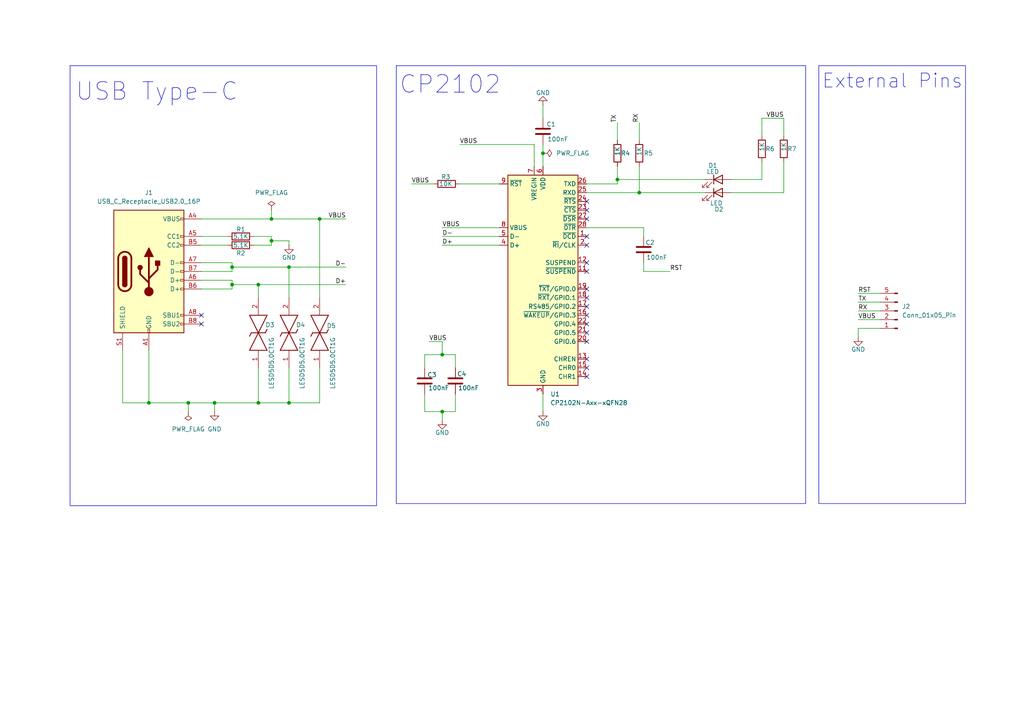
<source format=kicad_sch>
(kicad_sch (version 20250114) (generator "eeschema") (generator_version "9.0")
  (paper "A4")
  (title_block (title "USB to UART Converter Project"))
  (lib_symbols
    (symbol "Connector:Conn_01x05_Pin" (pin_names (offset 1.016) (hide yes))
      (property "Reference" "J" (at 0 7.62 0))
      (property "Value" "Conn_01x05_Pin" (at 0 -7.62 0))
      (symbol "Conn_01x05_Pin_1_1"
        (rectangle (start 0.8636 5.207) (end 0 4.953) (stroke (width 0.1524)) (fill (type outline)))
        (rectangle (start 0.8636 2.667) (end 0 2.413) (stroke (width 0.1524)) (fill (type outline)))
        (rectangle (start 0.8636 0.127) (end 0 -0.127) (stroke (width 0.1524)) (fill (type outline)))
        (rectangle (start 0.8636 -2.413) (end 0 -2.667) (stroke (width 0.1524)) (fill (type outline)))
        (rectangle (start 0.8636 -4.953) (end 0 -5.207) (stroke (width 0.1524)) (fill (type outline)))
        (polyline (pts (xy 1.27 5.08) (xy 0.8636 5.08)) (stroke (width 0.1524)))
        (polyline (pts (xy 1.27 2.54) (xy 0.8636 2.54)) (stroke (width 0.1524)))
        (polyline (pts (xy 1.27 0) (xy 0.8636 0)) (stroke (width 0.1524)))
        (polyline (pts (xy 1.27 -2.54) (xy 0.8636 -2.54)) (stroke (width 0.1524)))
        (polyline (pts (xy 1.27 -5.08) (xy 0.8636 -5.08)) (stroke (width 0.1524)))
        (pin passive line (at 5.08 5.08 180) (length 3.81) (name "Pin_1") (number "1"))
        (pin passive line (at 5.08 2.54 180) (length 3.81) (name "Pin_2") (number "2"))
        (pin passive line (at 5.08 0 180) (length 3.81) (name "Pin_3") (number "3"))
        (pin passive line (at 5.08 -2.54 180) (length 3.81) (name "Pin_4") (number "4"))
        (pin passive line (at 5.08 -5.08 180) (length 3.81) (name "Pin_5") (number "5"))
      )
    )
    (symbol "Connector:USB_C_Receptacle_USB2.0_16P" (pin_names (offset 1.016))
      (property "Reference" "J" (at 0 22.225 0))
      (property "Value" "USB_C_Receptacle_USB2.0_16P" (at 0 19.685 0))
      (symbol "USB_C_Receptacle_USB2.0_16P_0_0"
        (rectangle (start -0.254 -17.78) (end 0.254 -16.764))
        (rectangle (start 10.16 15.494) (end 9.144 14.986))
        (rectangle (start 10.16 10.414) (end 9.144 9.906))
        (rectangle (start 10.16 7.874) (end 9.144 7.366))
        (rectangle (start 10.16 2.794) (end 9.144 2.286))
        (rectangle (start 10.16 0.254) (end 9.144 -0.254))
        (rectangle (start 10.16 -2.286) (end 9.144 -2.794))
        (rectangle (start 10.16 -4.826) (end 9.144 -5.334))
        (rectangle (start 10.16 -12.446) (end 9.144 -12.954))
        (rectangle (start 10.16 -14.986) (end 9.144 -15.494))
      )
      (symbol "USB_C_Receptacle_USB2.0_16P_0_1"
        (rectangle (start -10.16 17.78) (end 10.16 -17.78) (stroke (width 0.254)) (fill (type background)))
        (polyline (pts (xy -8.89 -3.81) (xy -8.89 3.81)) (stroke (width 0.508)))
        (rectangle (start -7.62 -3.81) (end -6.35 3.81) (stroke (width 0.254)) (fill (type outline)))
        (arc (start -7.62 3.81) (mid -6.985 4.4423) (end -6.35 3.81) (stroke (width 0.254)))
        (arc (start -7.62 3.81) (mid -6.985 4.4423) (end -6.35 3.81) (stroke (width 0.254)) (fill (type outline)))
        (arc (start -8.89 3.81) (mid -6.985 5.7067) (end -5.08 3.81) (stroke (width 0.508)))
        (arc (start -5.08 -3.81) (mid -6.985 -5.7067) (end -8.89 -3.81) (stroke (width 0.508)))
        (arc (start -6.35 -3.81) (mid -6.985 -4.4423) (end -7.62 -3.81) (stroke (width 0.254)))
        (arc (start -6.35 -3.81) (mid -6.985 -4.4423) (end -7.62 -3.81) (stroke (width 0.254)) (fill (type outline)))
        (polyline (pts (xy -5.08 3.81) (xy -5.08 -3.81)) (stroke (width 0.508)))
        (circle (center -2.54 1.143) (radius 0.635) (stroke (width 0.254)) (fill (type outline)))
        (polyline (pts (xy -1.27 4.318) (xy 0 6.858) (xy 1.27 4.318) (xy -1.27 4.318)) (stroke (width 0.254)) (fill (type outline)))
        (polyline (pts (xy 0 -2.032) (xy 2.54 0.508) (xy 2.54 1.778)) (stroke (width 0.508)))
        (polyline (pts (xy 0 -3.302) (xy -2.54 -0.762) (xy -2.54 0.508)) (stroke (width 0.508)))
        (polyline (pts (xy 0 -5.842) (xy 0 4.318)) (stroke (width 0.508)))
        (circle (center 0 -5.842) (radius 1.27) (fill (type outline)))
        (rectangle (start 1.905 1.778) (end 3.175 3.048) (stroke (width 0.254)) (fill (type outline)))
      )
      (symbol "USB_C_Receptacle_USB2.0_16P_1_1"
        (pin passive line (at -7.62 -22.86 90) (length 5.08) (name "SHIELD") (number "S1"))
        (pin passive line (at 0 -22.86 90) (length 5.08) (name "GND") (number "A1"))
        (pin passive line (at 0 -22.86 90) (length 5.08) (hide yes) (name "GND") (number "A12"))
        (pin passive line (at 0 -22.86 90) (length 5.08) (hide yes) (name "GND") (number "B1"))
        (pin passive line (at 0 -22.86 90) (length 5.08) (hide yes) (name "GND") (number "B12"))
        (pin passive line (at 15.24 15.24 180) (length 5.08) (name "VBUS") (number "A4"))
        (pin passive line (at 15.24 15.24 180) (length 5.08) (hide yes) (name "VBUS") (number "A9"))
        (pin passive line (at 15.24 15.24 180) (length 5.08) (hide yes) (name "VBUS") (number "B4"))
        (pin passive line (at 15.24 15.24 180) (length 5.08) (hide yes) (name "VBUS") (number "B9"))
        (pin bidirectional line (at 15.24 10.16 180) (length 5.08) (name "CC1") (number "A5"))
        (pin bidirectional line (at 15.24 7.62 180) (length 5.08) (name "CC2") (number "B5"))
        (pin bidirectional line (at 15.24 2.54 180) (length 5.08) (name "D-") (number "A7"))
        (pin bidirectional line (at 15.24 0 180) (length 5.08) (name "D-") (number "B7"))
        (pin bidirectional line (at 15.24 -2.54 180) (length 5.08) (name "D+") (number "A6"))
        (pin bidirectional line (at 15.24 -5.08 180) (length 5.08) (name "D+") (number "B6"))
        (pin bidirectional line (at 15.24 -12.7 180) (length 5.08) (name "SBU1") (number "A8"))
        (pin bidirectional line (at 15.24 -15.24 180) (length 5.08) (name "SBU2") (number "B8"))
      )
    )
    (symbol "Device:C" (pin_numbers (hide yes)) (pin_names (offset 0.254))
      (property "Reference" "C" (at 0.635 2.54 0))
      (property "Value" "C" (at 0.635 -2.54 0))
      (symbol "C_0_1"
        (polyline (pts (xy -2.032 0.762) (xy 2.032 0.762)) (stroke (width 0.508)))
        (polyline (pts (xy -2.032 -0.762) (xy 2.032 -0.762)) (stroke (width 0.508)))
      )
      (symbol "C_1_1"
        (pin passive line (at 0 3.81 270) (length 2.794) (name "~") (number "1"))
        (pin passive line (at 0 -3.81 90) (length 2.794) (name "~") (number "2"))
      )
    )
    (symbol "Device:LED" (pin_numbers (hide yes)) (pin_names (offset 1.016) (hide yes))
      (property "Reference" "D" (at 0 2.54 0))
      (property "Value" "LED" (at 0 -2.54 0))
      (symbol "LED_0_1"
        (polyline (pts (xy -3.048 -0.762) (xy -4.572 -2.286) (xy -3.81 -2.286) (xy -4.572 -2.286) (xy -4.572 -1.524)))
        (polyline (pts (xy -1.778 -0.762) (xy -3.302 -2.286) (xy -2.54 -2.286) (xy -3.302 -2.286) (xy -3.302 -1.524)))
        (polyline (pts (xy -1.27 0) (xy 1.27 0)))
        (polyline (pts (xy -1.27 -1.27) (xy -1.27 1.27)) (stroke (width 0.254)))
        (polyline (pts (xy 1.27 -1.27) (xy 1.27 1.27) (xy -1.27 0) (xy 1.27 -1.27)) (stroke (width 0.254)))
      )
      (symbol "LED_1_1"
        (pin passive line (at -3.81 0 0) (length 2.54) (name "K") (number "1"))
        (pin passive line (at 3.81 0 180) (length 2.54) (name "A") (number "2"))
      )
    )
    (symbol "Device:R" (pin_numbers (hide yes)) (pin_names (offset 0))
      (property "Reference" "R" (at 2.032 0 90))
      (property "Value" "R" (at 0 0 90))
      (symbol "R_0_1"
        (rectangle (start -1.016 -2.54) (end 1.016 2.54) (stroke (width 0.254)))
      )
      (symbol "R_1_1"
        (pin passive line (at 0 3.81 270) (length 1.27) (name "~") (number "1"))
        (pin passive line (at 0 -3.81 90) (length 1.27) (name "~") (number "2"))
      )
    )
    (symbol "Interface_USB:CP2102N-Axx-xQFN28"
      (property "Reference" "U" (at -8.89 31.75 0))
      (property "Value" "CP2102N-Axx-xQFN28" (at 12.7 31.75 0))
      (symbol "CP2102N-Axx-xQFN28_0_1"
        (rectangle (start -10.16 30.48) (end 10.16 -30.48) (stroke (width 0.254)) (fill (type background)))
      )
      (symbol "CP2102N-Axx-xQFN28_1_1"
        (pin input line (at -12.7 27.94 0) (length 2.54) (name "~{RST}") (number "9"))
        (pin input line (at -12.7 15.24 0) (length 2.54) (name "VBUS") (number "8"))
        (pin bidirectional line (at -12.7 12.7 0) (length 2.54) (name "D-") (number "5"))
        (pin bidirectional line (at -12.7 10.16 0) (length 2.54) (name "D+") (number "4"))
        (pin no_connect line (at -10.16 -27.94 0) (length 2.54) (hide yes) (name "NC") (number "10"))
        (pin power_in line (at -2.54 33.02 270) (length 2.54) (name "VREGIN") (number "7"))
        (pin power_in line (at 0 33.02 270) (length 2.54) (name "VDD") (number "6"))
        (pin passive line (at 0 -33.02 90) (length 2.54) (hide yes) (name "GND") (number "29"))
        (pin power_in line (at 0 -33.02 90) (length 2.54) (name "GND") (number "3"))
        (pin output line (at 12.7 27.94 180) (length 2.54) (name "TXD") (number "26"))
        (pin input line (at 12.7 25.4 180) (length 2.54) (name "RXD") (number "25"))
        (pin output line (at 12.7 22.86 180) (length 2.54) (name "~{RTS}") (number "24"))
        (pin input line (at 12.7 20.32 180) (length 2.54) (name "~{CTS}") (number "23"))
        (pin input line (at 12.7 17.78 180) (length 2.54) (name "~{DSR}") (number "27"))
        (pin output line (at 12.7 15.24 180) (length 2.54) (name "~{DTR}") (number "28"))
        (pin input line (at 12.7 12.7 180) (length 2.54) (name "~{DCD}") (number "1"))
        (pin bidirectional line (at 12.7 10.16 180) (length 2.54) (name "~{RI}/CLK") (number "2"))
        (pin output line (at 12.7 5.08 180) (length 2.54) (name "SUSPEND") (number "12"))
        (pin output line (at 12.7 2.54 180) (length 2.54) (name "~{SUSPEND}") (number "11"))
        (pin bidirectional line (at 12.7 -2.54 180) (length 2.54) (name "~{TXT}/GPIO.0") (number "19"))
        (pin bidirectional line (at 12.7 -5.08 180) (length 2.54) (name "~{RXT}/GPIO.1") (number "18"))
        (pin bidirectional line (at 12.7 -7.62 180) (length 2.54) (name "RS485/GPIO.2") (number "17"))
        (pin bidirectional line (at 12.7 -10.16 180) (length 2.54) (name "~{WAKEUP}/GPIO.3") (number "16"))
        (pin bidirectional line (at 12.7 -12.7 180) (length 2.54) (name "GPIO.4") (number "22"))
        (pin bidirectional line (at 12.7 -15.24 180) (length 2.54) (name "GPIO.5") (number "21"))
        (pin bidirectional line (at 12.7 -17.78 180) (length 2.54) (name "GPIO.6") (number "20"))
        (pin output line (at 12.7 -22.86 180) (length 2.54) (name "CHREN") (number "13"))
        (pin output line (at 12.7 -25.4 180) (length 2.54) (name "CHR0") (number "15"))
        (pin output line (at 12.7 -27.94 180) (length 2.54) (name "CHR1") (number "14"))
      )
    )
    (symbol "LESD5D5_0CT1G:LESD5D5.0CT1G" (pin_names (hide yes))
      (property "Reference" "D" (at 12.7 8.89 0))
      (property "Value" "LESD5D5.0CT1G" (at 12.7 6.35 0))
      (symbol "LESD5D5.0CT1G_1_1"
        (polyline (pts (xy 5.08 2.54) (xy 5.08 -2.54)) (stroke (width 0.254)))
        (polyline (pts (xy 5.08 2.54) (xy 10.16 0)) (stroke (width 0.254)))
        (polyline (pts (xy 9.144 2.54) (xy 10.16 2.032)) (stroke (width 0.254)))
        (polyline (pts (xy 10.16 0) (xy 5.08 -2.54)) (stroke (width 0.254)))
        (polyline (pts (xy 10.16 0) (xy 15.24 -2.54)) (stroke (width 0.254)))
        (polyline (pts (xy 10.16 -2.032) (xy 10.16 2.032)) (stroke (width 0.254)))
        (polyline (pts (xy 10.16 -2.032) (xy 11.176 -2.54)) (stroke (width 0.254)))
        (polyline (pts (xy 15.24 2.54) (xy 10.16 0)) (stroke (width 0.254)))
        (polyline (pts (xy 15.24 2.54) (xy 15.24 -2.54)) (stroke (width 0.254)))
        (pin passive line (at 0 0 0) (length 5.08) (name "1") (number "1"))
        (pin passive line (at 20.32 0 180) (length 5.08) (name "2") (number "2"))
      )
    )
    (symbol "power:GND" (power) (pin_numbers (hide yes)) (pin_names (offset 0) (hide yes))
      (property "Value" "GND" (at 0 -3.81 0))
      (symbol "GND_0_1"
        (polyline (pts (xy 0 0) (xy 0 -1.27) (xy 1.27 -1.27) (xy 0 -2.54) (xy -1.27 -1.27) (xy 0 -1.27)))
      )
      (symbol "GND_1_1"
        (pin power_in line (at 0 0 270) (length 0) (name "~") (number "1"))
      )
    )
    (symbol "power:PWR_FLAG" (power) (pin_numbers (hide yes)) (pin_names (offset 0) (hide yes))
      (property "Value" "PWR_FLAG" (at 0 3.81 0))
      (symbol "PWR_FLAG_0_0"
        (pin power_out line (at 0 0 90) (length 0) (name "~") (number "1"))
      )
      (symbol "PWR_FLAG_0_1"
        (polyline (pts (xy 0 0) (xy 0 1.27) (xy -1.016 1.905) (xy 0 2.54) (xy 1.016 1.905) (xy 0 1.27)))
      )
    )
  )
  (rectangle (start 237.49 19.05) (end 280.035 146.05))
  (rectangle (start 114.935 19.05) (end 233.68 146.05))
  (rectangle (start 20.32 19.05) (end 109.22 146.685))
  (text "CP2102" (at 130.556 24.638 0) (effects (font (size 5.08 5.08))))
  (text "USB Type-C" (at 45.466 26.67 0) (effects (font (size 5.08 5.08))))
  (text "External Pins" (at 258.826 23.622 0) (effects (font (size 4.064 4.064))))
  (junction (at 78.74 63.5))
  (junction (at 157.48 44.45))
  (junction (at 74.93 82.55))
  (junction (at 128.27 119.38))
  (junction (at 83.82 116.84))
  (junction (at 62.23 116.84))
  (junction (at 43.18 116.84))
  (junction (at 128.27 102.87))
  (junction (at 179.07 52.07))
  (junction (at 83.82 77.47))
  (junction (at 185.42 55.88))
  (junction (at 92.71 63.5))
  (junction (at 67.31 77.47))
  (junction (at 74.93 116.84))
  (junction (at 78.74 69.85))
  (junction (at 54.61 116.84))
  (junction (at 67.31 82.55))
  (no_connect (at 170.18 109.22))
  (no_connect (at 170.18 68.58))
  (no_connect (at 58.42 93.98))
  (no_connect (at 58.42 91.44))
  (no_connect (at 170.18 88.9))
  (no_connect (at 170.18 76.2))
  (no_connect (at 170.18 78.74))
  (no_connect (at 170.18 106.68))
  (no_connect (at 170.18 91.44))
  (no_connect (at 170.18 71.12))
  (no_connect (at 170.18 63.5))
  (no_connect (at 170.18 93.98))
  (no_connect (at 170.18 99.06))
  (no_connect (at 170.18 60.96))
  (no_connect (at 170.18 58.42))
  (no_connect (at 170.18 104.14))
  (no_connect (at 170.18 86.36))
  (no_connect (at 170.18 96.52))
  (no_connect (at 170.18 83.82))
  (wire (pts (xy 220.98 52.07) (xy 220.98 46.99)))
  (wire (pts (xy 67.31 82.55) (xy 67.31 83.82)))
  (wire (pts (xy 128.27 119.38) (xy 128.27 121.92)))
  (wire (pts (xy 67.31 81.28) (xy 67.31 82.55)))
  (wire (pts (xy 248.92 90.17) (xy 255.27 90.17)))
  (wire (pts (xy 62.23 116.84) (xy 62.23 119.38)))
  (wire (pts (xy 204.47 52.07) (xy 179.07 52.07)))
  (wire (pts (xy 74.93 82.55) (xy 74.93 86.36)))
  (wire (pts (xy 67.31 76.2) (xy 67.31 77.47)))
  (wire (pts (xy 78.74 68.58) (xy 78.74 69.85)))
  (wire (pts (xy 83.82 106.68) (xy 83.82 116.84)))
  (wire (pts (xy 170.18 53.34) (xy 179.07 53.34)))
  (wire (pts (xy 132.08 102.87) (xy 132.08 106.68)))
  (wire (pts (xy 186.69 66.04) (xy 170.18 66.04)))
  (wire (pts (xy 73.66 68.58) (xy 78.74 68.58)))
  (wire (pts (xy 58.42 71.12) (xy 66.04 71.12)))
  (wire (pts (xy 67.31 77.47) (xy 83.82 77.47)))
  (wire (pts (xy 43.18 101.6) (xy 43.18 116.84)))
  (wire (pts (xy 128.27 102.87) (xy 128.27 99.06)))
  (wire (pts (xy 128.27 102.87) (xy 132.08 102.87)))
  (wire (pts (xy 83.82 71.12) (xy 83.82 69.85)))
  (wire (pts (xy 78.74 69.85) (xy 78.74 71.12)))
  (wire (pts (xy 227.33 34.29) (xy 227.33 39.37)))
  (wire (pts (xy 157.48 30.48) (xy 157.48 34.29)))
  (wire (pts (xy 83.82 77.47) (xy 100.33 77.47)))
  (wire (pts (xy 123.19 114.3) (xy 123.19 119.38)))
  (wire (pts (xy 185.42 55.88) (xy 204.47 55.88)))
  (wire (pts (xy 248.92 92.71) (xy 255.27 92.71)))
  (wire (pts (xy 220.98 39.37) (xy 220.98 34.29)))
  (wire (pts (xy 124.46 99.06) (xy 128.27 99.06)))
  (wire (pts (xy 35.56 116.84) (xy 43.18 116.84)))
  (wire (pts (xy 212.09 52.07) (xy 220.98 52.07)))
  (wire (pts (xy 58.42 68.58) (xy 66.04 68.58)))
  (wire (pts (xy 92.71 63.5) (xy 92.71 86.36)))
  (wire (pts (xy 179.07 48.26) (xy 179.07 52.07)))
  (wire (pts (xy 128.27 71.12) (xy 144.78 71.12)))
  (wire (pts (xy 133.35 41.91) (xy 154.94 41.91)))
  (wire (pts (xy 73.66 71.12) (xy 78.74 71.12)))
  (wire (pts (xy 83.82 77.47) (xy 83.82 86.36)))
  (wire (pts (xy 220.98 34.29) (xy 227.33 34.29)))
  (wire (pts (xy 227.33 55.88) (xy 227.33 46.99)))
  (wire (pts (xy 128.27 119.38) (xy 132.08 119.38)))
  (wire (pts (xy 92.71 63.5) (xy 100.33 63.5)))
  (wire (pts (xy 119.38 53.34) (xy 125.73 53.34)))
  (wire (pts (xy 154.94 48.26) (xy 154.94 41.91)))
  (wire (pts (xy 58.42 76.2) (xy 67.31 76.2)))
  (wire (pts (xy 248.92 87.63) (xy 255.27 87.63)))
  (wire (pts (xy 128.27 68.58) (xy 144.78 68.58)))
  (wire (pts (xy 54.61 116.84) (xy 62.23 116.84)))
  (wire (pts (xy 186.69 68.58) (xy 186.69 66.04)))
  (wire (pts (xy 170.18 55.88) (xy 185.42 55.88)))
  (wire (pts (xy 157.48 44.45) (xy 157.48 48.26)))
  (wire (pts (xy 78.74 60.96) (xy 78.74 63.5)))
  (wire (pts (xy 179.07 35.56) (xy 179.07 40.64)))
  (wire (pts (xy 62.23 116.84) (xy 74.93 116.84)))
  (wire (pts (xy 58.42 83.82) (xy 67.31 83.82)))
  (wire (pts (xy 92.71 116.84) (xy 92.71 106.68)))
  (wire (pts (xy 248.92 95.25) (xy 255.27 95.25)))
  (wire (pts (xy 83.82 116.84) (xy 92.71 116.84)))
  (wire (pts (xy 133.35 53.34) (xy 144.78 53.34)))
  (wire (pts (xy 83.82 69.85) (xy 78.74 69.85)))
  (wire (pts (xy 67.31 77.47) (xy 67.31 78.74)))
  (wire (pts (xy 67.31 78.74) (xy 58.42 78.74)))
  (wire (pts (xy 157.48 41.91) (xy 157.48 44.45)))
  (wire (pts (xy 78.74 63.5) (xy 92.71 63.5)))
  (wire (pts (xy 123.19 119.38) (xy 128.27 119.38)))
  (wire (pts (xy 248.92 95.25) (xy 248.92 97.79)))
  (wire (pts (xy 58.42 81.28) (xy 67.31 81.28)))
  (wire (pts (xy 212.09 55.88) (xy 227.33 55.88)))
  (wire (pts (xy 185.42 35.56) (xy 185.42 40.64)))
  (wire (pts (xy 123.19 106.68) (xy 123.19 102.87)))
  (wire (pts (xy 248.92 85.09) (xy 255.27 85.09)))
  (wire (pts (xy 54.61 116.84) (xy 54.61 119.38)))
  (wire (pts (xy 132.08 119.38) (xy 132.08 114.3)))
  (wire (pts (xy 74.93 82.55) (xy 100.33 82.55)))
  (wire (pts (xy 123.19 102.87) (xy 128.27 102.87)))
  (wire (pts (xy 179.07 52.07) (xy 179.07 53.34)))
  (wire (pts (xy 58.42 63.5) (xy 78.74 63.5)))
  (wire (pts (xy 74.93 116.84) (xy 83.82 116.84)))
  (wire (pts (xy 186.69 76.2) (xy 186.69 78.74)))
  (wire (pts (xy 35.56 101.6) (xy 35.56 116.84)))
  (wire (pts (xy 186.69 78.74) (xy 194.31 78.74)))
  (wire (pts (xy 185.42 48.26) (xy 185.42 55.88)))
  (wire (pts (xy 43.18 116.84) (xy 54.61 116.84)))
  (wire (pts (xy 157.48 114.3) (xy 157.48 119.38)))
  (wire (pts (xy 67.31 82.55) (xy 74.93 82.55)))
  (wire (pts (xy 74.93 106.68) (xy 74.93 116.84)))
  (wire (pts (xy 128.27 66.04) (xy 144.78 66.04)))
  (label "D+" (at 128.27 71.12 0))
  (label "VBUS" (at 100.33 63.5 180))
  (label "VBUS" (at 133.35 41.91 0))
  (label "D-" (at 100.33 77.47 180))
  (label "VBUS" (at 128.27 66.04 0))
  (label "VBUS" (at 248.92 92.71 0))
  (label "VBUS" (at 124.46 99.06 0))
  (label "TX" (at 179.07 35.56 90))
  (label "TX" (at 248.92 87.63 0))
  (label "D+" (at 100.33 82.55 180))
  (label "VBUS" (at 222.25 34.29 0))
  (label "RX" (at 248.92 90.17 0))
  (label "RST" (at 248.92 85.09 0))
  (label "VBUS" (at 119.38 53.34 0))
  (label "RST" (at 194.31 78.74 0))
  (label "RX" (at 185.42 35.56 90))
  (label "D-" (at 128.27 68.58 0))
  (symbol (lib_id "power:GND") (at 128.27 121.92 0) (unit 1)
    (property "Reference" "#PWR03" (effects (hide yes)))
    (property "Value" "GND" (at 128.27 125.476 0))
    (property "Description" "Power symbol creates a global label with name \"GND\" , ground" (effects (hide yes)))
  )
  (symbol (lib_id "Device:LED") (at 208.28 52.07 0) (unit 1)
    (property "Reference" "D1" (at 206.756 48.006 0))
    (property "Value" "LED" (at 206.756 49.784 0))
    (property "Footprint" "LED_SMD:LED_0201_0603Metric" (effects (hide yes)))
    (property "Description" "Light emitting diode" (effects (hide yes)))
    (property "Sim.Pins" "1=K 2=A" (effects (hide yes)))
  )
  (symbol (lib_id "Device:C") (at 157.48 38.1 0) (unit 1)
    (property "Reference" "C1" (at 158.496 36.068 0) (effects (justify left)))
    (property "Value" "100nF" (at 158.75 40.386 0) (effects (justify left)))
    (property "Footprint" "Capacitor_SMD:C_0201_0603Metric" (effects (hide yes)))
    (property "Description" "Unpolarized capacitor" (effects (hide yes)))
  )
  (symbol (lib_id "Device:R") (at 69.85 71.12 90) (unit 1)
    (property "Reference" "R2" (at 69.85 73.406 90))
    (property "Value" "5.1K" (at 69.85 71.12 90))
    (property "Footprint" "Resistor_SMD:R_0201_0603Metric" (effects (hide yes)))
    (property "Description" "Resistor" (effects (hide yes)))
  )
  (symbol (lib_id "Device:LED") (at 208.28 55.88 0) (unit 1)
    (property "Reference" "D2" (at 208.534 60.706 0))
    (property "Value" "LED" (at 207.772 58.928 0))
    (property "Footprint" "LED_SMD:LED_0201_0603Metric" (effects (hide yes)))
    (property "Description" "Light emitting diode" (effects (hide yes)))
    (property "Sim.Pins" "1=K 2=A" (effects (hide yes)))
  )
  (symbol (lib_id "power:GND") (at 83.82 71.12 0) (unit 1)
    (property "Reference" "#PWR02" (effects (hide yes)))
    (property "Value" "GND" (at 83.82 74.676 0))
    (property "Description" "Power symbol creates a global label with name \"GND\" , ground" (effects (hide yes)))
  )
  (symbol (lib_id "Interface_USB:CP2102N-Axx-xQFN28") (at 157.48 81.28 0) (unit 1)
    (property "Reference" "U1" (at 159.6233 114.3 0) (effects (justify left)))
    (property "Value" "CP2102N-Axx-xQFN28" (at 159.6233 116.84 0) (effects (justify left)))
    (property "Footprint" "Package_DFN_QFN:QFN-28-1EP_5x5mm_P0.5mm_EP3.35x3.35mm" (effects (hide yes)))
    (property "Datasheet" "https://www.silabs.com/documents/public/data-sheets/cp2102n-datasheet.pdf" (effects (hide yes)))
    (property "Description" "USB to UART master bridge, QFN-28" (effects (hide yes)))
  )
  (symbol (lib_id "power:GND") (at 157.48 30.48 180) (unit 1)
    (property "Reference" "#PWR06" (effects (hide yes)))
    (property "Value" "GND" (at 157.48 26.924 0))
    (property "Description" "Power symbol creates a global label with name \"GND\" , ground" (effects (hide yes)))
  )
  (symbol (lib_id "LESD5D5_0CT1G:LESD5D5.0CT1G") (at 83.82 106.68 90) (unit 1)
    (property "Reference" "D4" (at 85.852 94.234 90) (effects (justify right)))
    (property "Value" "LESD5D5.0CT1G" (at 87.63 97.7899 0) (effects (justify right)))
    (property "Footprint" "Footprints:LESD5D50CT1G" (effects (hide yes)))
    (property "Description" "Transient Voltage Suppressors for ESD Protection" (effects (hide yes)))
    (property "Height" "0.7" (effects (hide yes)))
    (property "Manufacturer_Name" "LRC" (effects (hide yes)))
    (property "Manufacturer_Part_Number" "LESD5D5.0CT1G" (effects (hide yes)))
  )
  (symbol (lib_id "Device:C") (at 186.69 72.39 0) (unit 1)
    (property "Reference" "C2" (at 187.198 70.358 0) (effects (justify left)))
    (property "Value" "100nF" (at 187.452 74.676 0) (effects (justify left)))
    (property "Footprint" "Capacitor_SMD:C_0201_0603Metric" (effects (hide yes)))
    (property "Description" "Unpolarized capacitor" (effects (hide yes)))
  )
  (symbol (lib_id "power:GND") (at 62.23 119.38 0) (unit 1)
    (property "Reference" "#PWR01" (effects (hide yes)))
    (property "Value" "GND" (at 62.23 124.46 0))
    (property "Description" "Power symbol creates a global label with name \"GND\" , ground" (effects (hide yes)))
  )
  (symbol (lib_id "Device:R") (at 185.42 44.45 0) (unit 1)
    (property "Reference" "R5" (at 186.69 44.45 0) (effects (justify left)))
    (property "Value" "1K" (at 185.42 45.212 90) (effects (justify left)))
    (property "Footprint" "Resistor_SMD:R_0201_0603Metric" (effects (hide yes)))
    (property "Description" "Resistor" (effects (hide yes)))
  )
  (symbol (lib_id "Device:R") (at 220.98 43.18 0) (unit 1)
    (property "Reference" "R6" (at 221.996 43.18 0) (effects (justify left)))
    (property "Value" "1K" (at 220.98 43.942 90) (effects (justify left)))
    (property "Footprint" "Resistor_SMD:R_0201_0603Metric" (effects (hide yes)))
    (property "Description" "Resistor" (effects (hide yes)))
  )
  (symbol (lib_id "Device:R") (at 179.07 44.45 0) (unit 1)
    (property "Reference" "R4" (at 180.086 44.45 0) (effects (justify left)))
    (property "Value" "1K" (at 179.07 45.212 90) (effects (justify left)))
    (property "Footprint" "Resistor_SMD:R_0201_0603Metric" (effects (hide yes)))
    (property "Description" "Resistor" (effects (hide yes)))
  )
  (symbol (lib_id "Device:R") (at 129.54 53.34 90) (unit 1)
    (property "Reference" "R3" (at 129.286 51.308 90))
    (property "Value" "10K" (at 129.286 53.34 90))
    (property "Footprint" "Resistor_SMD:R_0201_0603Metric" (effects (hide yes)))
    (property "Description" "Resistor" (effects (hide yes)))
  )
  (symbol (lib_id "power:PWR_FLAG") (at 78.74 60.96 0) (unit 1)
    (property "Reference" "#FLG02" (effects (hide yes)))
    (property "Value" "PWR_FLAG" (at 78.74 55.88 0))
    (property "Description" "Special symbol for telling ERC where power comes from" (effects (hide yes)))
  )
  (symbol (lib_id "Device:C") (at 132.08 110.49 0) (unit 1)
    (property "Reference" "C4" (at 132.588 108.458 0) (effects (justify left)))
    (property "Value" "100nF" (at 132.842 112.522 0) (effects (justify left)))
    (property "Footprint" "Capacitor_SMD:C_0201_0603Metric" (effects (hide yes)))
    (property "Description" "Unpolarized capacitor" (effects (hide yes)))
  )
  (symbol (lib_id "power:GND") (at 157.48 119.38 0) (unit 1)
    (property "Reference" "#PWR04" (effects (hide yes)))
    (property "Value" "GND" (at 157.48 122.936 0))
    (property "Description" "Power symbol creates a global label with name \"GND\" , ground" (effects (hide yes)))
  )
  (symbol (lib_id "LESD5D5_0CT1G:LESD5D5.0CT1G") (at 92.71 106.68 90) (unit 1)
    (property "Reference" "D5" (at 94.742 94.488 90) (effects (justify right)))
    (property "Value" "LESD5D5.0CT1G" (at 96.52 97.7899 0) (effects (justify right)))
    (property "Footprint" "Footprints:LESD5D50CT1G" (effects (hide yes)))
    (property "Description" "Transient Voltage Suppressors for ESD Protection" (effects (hide yes)))
    (property "Height" "0.7" (effects (hide yes)))
    (property "Manufacturer_Name" "LRC" (effects (hide yes)))
    (property "Manufacturer_Part_Number" "LESD5D5.0CT1G" (effects (hide yes)))
  )
  (symbol (lib_id "power:PWR_FLAG") (at 157.48 44.45 270) (unit 1)
    (property "Reference" "#FLG03" (effects (hide yes)))
    (property "Value" "PWR_FLAG" (at 161.29 44.4499 90) (effects (justify left)))
    (property "Description" "Special symbol for telling ERC where power comes from" (effects (hide yes)))
  )
  (symbol (lib_id "Device:R") (at 227.33 43.18 0) (unit 1)
    (property "Reference" "R7" (at 228.346 43.18 0) (effects (justify left)))
    (property "Value" "1K" (at 227.33 43.942 90) (effects (justify left)))
    (property "Footprint" "Resistor_SMD:R_0201_0603Metric" (effects (hide yes)))
    (property "Description" "Resistor" (effects (hide yes)))
  )
  (symbol (lib_id "power:GND") (at 248.92 97.79 0) (unit 1)
    (property "Reference" "#PWR05" (effects (hide yes)))
    (property "Value" "GND" (at 248.92 101.346 0))
    (property "Description" "Power symbol creates a global label with name \"GND\" , ground" (effects (hide yes)))
  )
  (symbol (lib_id "Device:C") (at 123.19 110.49 0) (unit 1)
    (property "Reference" "C3" (at 123.952 108.712 0) (effects (justify left)))
    (property "Value" "100nF" (at 124.206 112.522 0) (effects (justify left)))
    (property "Footprint" "Capacitor_SMD:C_0201_0603Metric" (effects (hide yes)))
    (property "Description" "Unpolarized capacitor" (effects (hide yes)))
  )
  (symbol (lib_id "Connector:USB_C_Receptacle_USB2.0_16P") (at 43.18 78.74 0) (unit 1)
    (property "Reference" "J1" (at 43.18 55.88 0))
    (property "Value" "USB_C_Receptacle_USB2.0_16P" (at 43.18 58.42 0))
    (property "Footprint" "Connector_USB:USB_C_Receptacle_HRO_TYPE-C-31-M-12" (effects (hide yes)))
    (property "Datasheet" "https://www.usb.org/sites/default/files/documents/usb_type-c.zip" (effects (hide yes)))
    (property "Description" "USB 2.0-only 16P Type-C Receptacle connector" (effects (hide yes)))
  )
  (symbol (lib_id "LESD5D5_0CT1G:LESD5D5.0CT1G") (at 74.93 106.68 90) (unit 1)
    (property "Reference" "D3" (at 76.962 94.234 90) (effects (justify right)))
    (property "Value" "LESD5D5.0CT1G" (at 78.74 97.7899 0) (effects (justify right)))
    (property "Footprint" "Footprints:LESD5D50CT1G" (effects (hide yes)))
    (property "Description" "Transient Voltage Suppressors for ESD Protection" (effects (hide yes)))
    (property "Height" "0.7" (effects (hide yes)))
    (property "Manufacturer_Name" "LRC" (effects (hide yes)))
    (property "Manufacturer_Part_Number" "LESD5D5.0CT1G" (effects (hide yes)))
  )
  (symbol (lib_id "Device:R") (at 69.85 68.58 90) (unit 1)
    (property "Reference" "R1" (at 69.85 66.548 90))
    (property "Value" "5.1K" (at 69.85 68.58 90))
    (property "Footprint" "Resistor_SMD:R_0201_0603Metric" (effects (hide yes)))
    (property "Description" "Resistor" (effects (hide yes)))
  )
  (symbol (lib_id "power:PWR_FLAG") (at 54.61 119.38 180) (unit 1)
    (property "Reference" "#FLG01" (effects (hide yes)))
    (property "Value" "PWR_FLAG" (at 54.61 124.46 0))
    (property "Description" "Special symbol for telling ERC where power comes from" (effects (hide yes)))
  )
  (symbol (lib_id "Connector:Conn_01x05_Pin") (at 260.35 90.17 180) (unit 1)
    (property "Reference" "J2" (at 261.62 88.8999 0) (effects (justify right)))
    (property "Value" "Conn_01x05_Pin" (at 261.62 91.4399 0) (effects (justify right)))
    (property "Footprint" "Connector_PinHeader_2.54mm:PinHeader_1x05_P2.54mm_Vertical" (effects (hide yes)))
    (property "Description" "Generic connector, single row, 01x05, script generated" (effects (hide yes)))
  )
)
</source>
